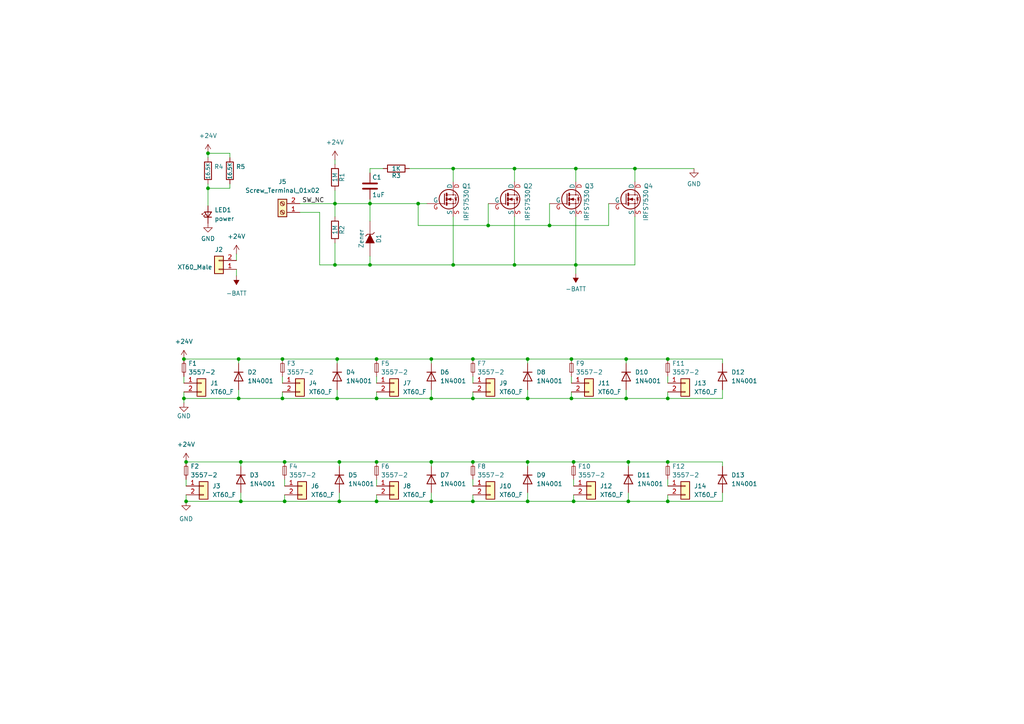
<source format=kicad_sch>
(kicad_sch (version 20211123) (generator eeschema)
  (paper "A4")
  (lib_symbols
    (symbol "Anti-Spark-Switch-rescue:C" (pin_numbers hide) (pin_names (offset 0.254))
      (property "Reference" "C" (at 0.635 2.54 0))
      (property "Value" "C" (at 0.635 -2.54 0))
      (symbol "C_0_1"
        (polyline (pts (xy -2.032 -0.762) (xy 2.032 -0.762)) (stroke (width 0.508)))
        (polyline (pts (xy -2.032 0.762) (xy 2.032 0.762)) (stroke (width 0.508)))
      )
      (symbol "C_1_1"
        (pin passive line (at 0 3.81 270) (length 2.794) (name "~") (number "1"))
        (pin passive line (at 0 -3.81 90) (length 2.794) (name "~") (number "2"))
      )
    )
    (symbol "Anti-Spark-Switch-rescue:R" (pin_numbers hide) (pin_names (offset 0))
      (property "Reference" "R" (at 2.032 0 90))
      (property "Value" "R" (at 0 0 90))
      (symbol "R_0_1"
        (rectangle (start -1.016 -2.54) (end 1.016 2.54) (stroke (width 0.254)))
      )
      (symbol "R_1_1"
        (pin passive line (at 0 3.81 270) (length 1.27) (name "~") (number "1"))
        (pin passive line (at 0 -3.81 90) (length 1.27) (name "~") (number "2"))
      )
    )
    (symbol "Anti-Spark-Switch-rescue:ZENER" (pin_numbers hide) (pin_names (offset 1.016) hide)
      (property "Reference" "D" (at 0 2.54 0))
      (property "Value" "ZENER" (at 0 -2.54 0))
      (symbol "ZENER_0_1"
        (polyline (pts (xy -1.778 1.27) (xy -1.27 0.762) (xy -1.27 -0.762) (xy -0.762 -1.27) (xy -0.762 -1.27)) (stroke (width 0.2032)))
        (polyline (pts (xy -1.27 0) (xy 1.27 1.27) (xy 1.27 -1.27) (xy -1.27 0) (xy -1.27 0)) (fill (type outline)))
      )
      (symbol "ZENER_1_1"
        (pin passive line (at -5.08 0 0) (length 3.81) (name "K") (number "1"))
        (pin passive line (at 5.08 0 180) (length 3.81) (name "A") (number "2"))
      )
    )
    (symbol "Connector:Screw_Terminal_01x02" (pin_names (offset 1.016) hide)
      (property "Reference" "J" (at 0 2.54 0))
      (property "Value" "Screw_Terminal_01x02" (at 0 -5.08 0))
      (symbol "Screw_Terminal_01x02_1_1"
        (rectangle (start -1.27 1.27) (end 1.27 -3.81) (stroke (width 0.254)) (fill (type background)))
        (circle (center 0 -2.54) (radius 0.635) (stroke (width 0.1524)))
        (polyline (pts (xy -0.5334 -2.2098) (xy 0.3302 -3.048)) (stroke (width 0.1524)))
        (polyline (pts (xy -0.5334 0.3302) (xy 0.3302 -0.508)) (stroke (width 0.1524)))
        (polyline (pts (xy -0.3556 -2.032) (xy 0.508 -2.8702)) (stroke (width 0.1524)))
        (polyline (pts (xy -0.3556 0.508) (xy 0.508 -0.3302)) (stroke (width 0.1524)))
        (circle (center 0 0) (radius 0.635) (stroke (width 0.1524)))
        (pin passive line (at -5.08 0 0) (length 3.81) (name "Pin_1") (number "1"))
        (pin passive line (at -5.08 -2.54 0) (length 3.81) (name "Pin_2") (number "2"))
      )
    )
    (symbol "Connector_Generic:Conn_01x02" (pin_names (offset 1.016) hide)
      (property "Reference" "J" (at 0 2.54 0))
      (property "Value" "Conn_01x02" (at 0 -5.08 0))
      (symbol "Conn_01x02_1_1"
        (rectangle (start -1.27 -2.413) (end 0 -2.667) (stroke (width 0.1524)))
        (rectangle (start -1.27 0.127) (end 0 -0.127) (stroke (width 0.1524)))
        (rectangle (start -1.27 1.27) (end 1.27 -3.81) (stroke (width 0.254)) (fill (type background)))
        (pin passive line (at -5.08 0 0) (length 3.81) (name "Pin_1") (number "1"))
        (pin passive line (at -5.08 -2.54 0) (length 3.81) (name "Pin_2") (number "2"))
      )
    )
    (symbol "Device:Fuse_Small" (pin_numbers hide) (pin_names (offset 0.254) hide)
      (property "Reference" "F" (at 0 -1.524 0))
      (property "Value" "Fuse_Small" (at 0 1.524 0))
      (symbol "Fuse_Small_0_1"
        (rectangle (start -1.27 0.508) (end 1.27 -0.508))
        (polyline (pts (xy -1.27 0) (xy 1.27 0)))
      )
      (symbol "Fuse_Small_1_1"
        (pin passive line (at -2.54 0 0) (length 1.27) (name "~") (number "1"))
        (pin passive line (at 2.54 0 180) (length 1.27) (name "~") (number "2"))
      )
    )
    (symbol "Device:LED_Small" (pin_numbers hide) (pin_names (offset 0.254) hide)
      (property "Reference" "D" (at -1.27 3.175 0))
      (property "Value" "LED_Small" (at -4.445 -2.54 0))
      (symbol "LED_Small_0_1"
        (polyline (pts (xy -0.762 -1.016) (xy -0.762 1.016)) (stroke (width 0.254)))
        (polyline (pts (xy 1.016 0) (xy -0.762 0)))
        (polyline (pts (xy 0.762 -1.016) (xy -0.762 0) (xy 0.762 1.016) (xy 0.762 -1.016)) (stroke (width 0.254)))
        (polyline (pts (xy 0 0.762) (xy -0.508 1.27) (xy -0.254 1.27) (xy -0.508 1.27) (xy -0.508 1.016)))
        (polyline (pts (xy 0.508 1.27) (xy 0 1.778) (xy 0.254 1.778) (xy 0 1.778) (xy 0 1.524)))
      )
      (symbol "LED_Small_1_1"
        (pin passive line (at -2.54 0 0) (length 1.778) (name "K") (number "1"))
        (pin passive line (at 2.54 0 180) (length 1.778) (name "A") (number "2"))
      )
    )
    (symbol "Diode:1N4001" (pin_numbers hide) (pin_names (offset 1.016) hide)
      (property "Reference" "D" (at 0 2.54 0))
      (property "Value" "1N4001" (at 0 -2.54 0))
      (symbol "1N4001_0_1"
        (polyline (pts (xy -1.27 1.27) (xy -1.27 -1.27)) (stroke (width 0.254)))
        (polyline (pts (xy 1.27 0) (xy -1.27 0)))
        (polyline (pts (xy 1.27 1.27) (xy 1.27 -1.27) (xy -1.27 0) (xy 1.27 1.27)) (stroke (width 0.254)))
      )
      (symbol "1N4001_1_1"
        (pin passive line (at -3.81 0 0) (length 2.54) (name "K") (number "1"))
        (pin passive line (at 3.81 0 180) (length 2.54) (name "A") (number "2"))
      )
    )
    (symbol "power:+24V" (power) (pin_names (offset 0))
      (property "Value" "+24V" (at 0 3.556 0))
      (symbol "+24V_0_1"
        (polyline (pts (xy -0.762 1.27) (xy 0 2.54)))
        (polyline (pts (xy 0 0) (xy 0 2.54)))
        (polyline (pts (xy 0 2.54) (xy 0.762 1.27)))
      )
      (symbol "+24V_1_1"
        (pin power_in line (at 0 0 90) (length 0) hide (name "+24V") (number "1"))
      )
    )
    (symbol "power:-BATT" (power) (pin_names (offset 0))
      (property "Value" "-BATT" (at 0 3.556 0))
      (symbol "-BATT_0_1"
        (polyline (pts (xy 0 0) (xy 0 2.54)))
        (polyline (pts (xy 0.762 1.27) (xy -0.762 1.27) (xy 0 2.54) (xy 0.762 1.27)) (fill (type outline)))
      )
      (symbol "-BATT_1_1"
        (pin power_in line (at 0 0 90) (length 0) hide (name "-BATT") (number "1"))
      )
    )
    (symbol "power:GND" (power) (pin_names (offset 0))
      (property "Value" "GND" (at 0 -3.81 0))
      (symbol "GND_0_1"
        (polyline (pts (xy 0 0) (xy 0 -1.27) (xy 1.27 -1.27) (xy 0 -2.54) (xy -1.27 -1.27) (xy 0 -1.27)))
      )
      (symbol "GND_1_1"
        (pin power_in line (at 0 0 270) (length 0) hide (name "GND") (number "1"))
      )
    )
    (symbol "sparkparts:IRFS7530" (pin_names (offset 0))
      (property "Reference" "Q" (at 5.08 1.905 0))
      (property "Value" "IRFS7530" (at 5.08 0 0))
      (property "Footprint" "TO-263-7" (at 5.08 -1.905 0))
      (symbol "IRFS7530_0_1"
        (polyline (pts (xy 0.635 -1.016) (xy 0.635 -1.651)) (stroke (width 0.508)))
        (polyline (pts (xy 0.635 0.381) (xy 0.635 -0.381)) (stroke (width 0.508)))
        (polyline (pts (xy 0.635 1.651) (xy 0.635 1.016)) (stroke (width 0.508)))
        (polyline (pts (xy 3.048 0.381) (xy 2.921 0.254)))
        (polyline (pts (xy 3.048 0.381) (xy 3.556 0.381)))
        (polyline (pts (xy 3.556 0.381) (xy 3.683 0.508)))
        (polyline (pts (xy 0 1.524) (xy 0 -1.524) (xy 0 -1.524)) (stroke (width 0.254)))
        (polyline (pts (xy 0.762 -1.27) (xy 2.54 -1.27) (xy 2.54 -2.54) (xy 2.54 -2.54)))
        (polyline (pts (xy 0.762 1.27) (xy 2.54 1.27) (xy 2.54 2.54) (xy 2.54 2.54)))
        (polyline (pts (xy 2.54 1.27) (xy 3.302 1.27) (xy 3.302 -1.27) (xy 2.54 -1.27)))
        (polyline (pts (xy 3.302 0.381) (xy 3.048 -0.254) (xy 3.556 -0.254) (xy 3.302 0.381)) (fill (type outline)))
        (polyline (pts (xy 0.762 0) (xy 1.27 0) (xy 2.54 0) (xy 2.54 -1.27) (xy 2.54 -1.27)))
        (polyline (pts (xy 0.889 0) (xy 1.905 0.381) (xy 1.905 -0.381) (xy 0.889 0) (xy 1.016 0) (xy 1.016 0)) (fill (type outline)))
        (circle (center 1.27 0) (radius 2.8194) (stroke (width 0.254)))
        (circle (center 2.54 -1.27) (radius 0.127))
        (circle (center 2.54 1.27) (radius 0.127))
      )
      (symbol "IRFS7530_1_1"
        (pin passive line (at 2.54 5.08 270) (length 2.54) (name "D") (number "D"))
        (pin passive line (at -5.08 -1.27 0) (length 5.08) (name "G") (number "G"))
        (pin passive line (at 2.54 -5.08 90) (length 2.54) (name "S") (number "S"))
      )
    )
  )
  (junction (at 166.37 145.415))
  (junction (at 82.55 133.985))
  (junction (at 53.34 104.14))
  (junction (at 149.225 76.835))
  (junction (at 153.035 104.14))
  (junction (at 149.225 48.895))
  (junction (at 109.22 133.985))
  (junction (at 131.445 48.895))
  (junction (at 166.37 133.985))
  (junction (at 69.85 145.415))
  (junction (at 53.34 115.57))
  (junction (at 167.005 48.895))
  (junction (at 193.675 133.985))
  (junction (at 153.035 115.57))
  (junction (at 141.605 65.405))
  (junction (at 137.16 104.14))
  (junction (at 109.22 115.57))
  (junction (at 137.16 145.415))
  (junction (at 81.915 104.14))
  (junction (at 98.425 145.415))
  (junction (at 60.325 54.61))
  (junction (at 182.245 145.415))
  (junction (at 184.15 48.895))
  (junction (at 107.315 76.835))
  (junction (at 193.675 104.14))
  (junction (at 137.16 133.985))
  (junction (at 153.035 133.985))
  (junction (at 98.425 133.985))
  (junction (at 181.61 104.14))
  (junction (at 81.915 115.57))
  (junction (at 193.675 115.57))
  (junction (at 109.22 104.14))
  (junction (at 182.245 133.985))
  (junction (at 121.285 59.055))
  (junction (at 53.975 133.985))
  (junction (at 82.55 145.415))
  (junction (at 107.315 59.055))
  (junction (at 193.675 145.415))
  (junction (at 181.61 115.57))
  (junction (at 97.155 59.055))
  (junction (at 153.035 145.415))
  (junction (at 109.22 145.415))
  (junction (at 69.215 115.57))
  (junction (at 137.16 115.57))
  (junction (at 97.155 76.835))
  (junction (at 69.215 104.14))
  (junction (at 167.005 76.835))
  (junction (at 159.385 65.405))
  (junction (at 53.975 145.415))
  (junction (at 69.85 133.985))
  (junction (at 60.325 44.45))
  (junction (at 97.79 104.14))
  (junction (at 97.79 115.57))
  (junction (at 125.095 104.14))
  (junction (at 165.735 115.57))
  (junction (at 131.445 76.835))
  (junction (at 125.095 133.985))
  (junction (at 165.735 104.14))
  (junction (at 125.095 145.415))
  (junction (at 125.095 115.57))
  (wire (pts (xy 69.85 142.875) (xy 69.85 145.415)))
  (wire (pts (xy 193.675 113.665) (xy 193.675 115.57)))
  (wire (pts (xy 125.095 133.985) (xy 137.16 133.985)))
  (wire (pts (xy 137.16 143.51) (xy 137.16 145.415)))
  (wire (pts (xy 98.425 133.985) (xy 98.425 135.255)))
  (wire (pts (xy 109.22 139.065) (xy 109.22 140.97)))
  (wire (pts (xy 98.425 133.985) (xy 82.55 133.985)))
  (wire (pts (xy 193.675 143.51) (xy 193.675 145.415)))
  (wire (pts (xy 165.735 109.22) (xy 165.735 111.125)))
  (wire (pts (xy 97.79 115.57) (xy 81.915 115.57)))
  (wire (pts (xy 131.445 48.895) (xy 149.225 48.895)))
  (wire (pts (xy 107.315 59.055) (xy 107.315 64.135)))
  (wire (pts (xy 53.34 115.57) (xy 53.34 116.84)))
  (wire (pts (xy 176.53 59.055) (xy 176.53 65.405)))
  (wire (pts (xy 109.22 109.22) (xy 109.22 111.125)))
  (wire (pts (xy 68.58 78.105) (xy 68.58 80.01)))
  (wire (pts (xy 131.445 48.895) (xy 131.445 52.705)))
  (wire (pts (xy 69.85 133.985) (xy 69.85 135.255)))
  (wire (pts (xy 81.915 109.22) (xy 81.915 111.125)))
  (wire (pts (xy 69.215 113.03) (xy 69.215 115.57)))
  (wire (pts (xy 182.245 133.985) (xy 182.245 135.255)))
  (wire (pts (xy 141.605 59.055) (xy 141.605 65.405)))
  (wire (pts (xy 182.245 145.415) (xy 193.675 145.415)))
  (wire (pts (xy 69.85 145.415) (xy 53.975 145.415)))
  (wire (pts (xy 92.71 76.835) (xy 97.155 76.835)))
  (wire (pts (xy 82.55 139.065) (xy 82.55 140.97)))
  (wire (pts (xy 153.035 115.57) (xy 165.735 115.57)))
  (wire (pts (xy 97.155 59.055) (xy 97.155 62.865)))
  (wire (pts (xy 137.16 109.22) (xy 137.16 111.125)))
  (wire (pts (xy 209.55 133.985) (xy 209.55 135.255)))
  (wire (pts (xy 125.095 115.57) (xy 137.16 115.57)))
  (wire (pts (xy 69.85 145.415) (xy 82.55 145.415)))
  (wire (pts (xy 181.61 104.14) (xy 181.61 105.41)))
  (wire (pts (xy 167.005 62.865) (xy 167.005 76.835)))
  (wire (pts (xy 167.005 52.705) (xy 167.005 48.895)))
  (wire (pts (xy 69.215 115.57) (xy 81.915 115.57)))
  (wire (pts (xy 97.155 76.835) (xy 97.155 70.485)))
  (wire (pts (xy 107.315 59.055) (xy 121.285 59.055)))
  (wire (pts (xy 53.34 113.665) (xy 53.34 115.57)))
  (wire (pts (xy 109.22 115.57) (xy 97.79 115.57)))
  (wire (pts (xy 209.55 133.985) (xy 193.675 133.985)))
  (wire (pts (xy 184.15 48.895) (xy 201.295 48.895)))
  (wire (pts (xy 131.445 76.835) (xy 149.225 76.835)))
  (wire (pts (xy 182.245 142.875) (xy 182.245 145.415)))
  (wire (pts (xy 69.85 133.985) (xy 82.55 133.985)))
  (wire (pts (xy 181.61 113.03) (xy 181.61 115.57)))
  (wire (pts (xy 66.675 54.61) (xy 66.675 53.34)))
  (wire (pts (xy 107.315 57.785) (xy 107.315 59.055)))
  (wire (pts (xy 153.035 133.985) (xy 153.035 135.255)))
  (wire (pts (xy 209.55 104.14) (xy 209.55 105.41)))
  (wire (pts (xy 97.79 113.03) (xy 97.79 115.57)))
  (wire (pts (xy 153.035 115.57) (xy 137.16 115.57)))
  (wire (pts (xy 86.995 61.595) (xy 92.71 61.595)))
  (wire (pts (xy 66.675 44.45) (xy 66.675 45.72)))
  (wire (pts (xy 60.325 54.61) (xy 66.675 54.61)))
  (wire (pts (xy 131.445 76.835) (xy 131.445 62.865)))
  (wire (pts (xy 98.425 145.415) (xy 109.22 145.415)))
  (wire (pts (xy 69.215 104.14) (xy 69.215 105.41)))
  (wire (pts (xy 109.22 143.51) (xy 109.22 145.415)))
  (wire (pts (xy 153.035 142.875) (xy 153.035 145.415)))
  (wire (pts (xy 182.245 133.985) (xy 193.675 133.985)))
  (wire (pts (xy 184.15 62.865) (xy 184.15 76.835)))
  (wire (pts (xy 181.61 104.14) (xy 165.735 104.14)))
  (wire (pts (xy 182.245 145.415) (xy 166.37 145.415)))
  (wire (pts (xy 176.53 65.405) (xy 159.385 65.405)))
  (wire (pts (xy 97.79 104.14) (xy 97.79 105.41)))
  (wire (pts (xy 153.035 104.14) (xy 137.16 104.14)))
  (wire (pts (xy 107.315 48.895) (xy 107.315 50.165)))
  (wire (pts (xy 92.71 61.595) (xy 92.71 76.835)))
  (wire (pts (xy 109.22 113.665) (xy 109.22 115.57)))
  (wire (pts (xy 153.035 113.03) (xy 153.035 115.57)))
  (wire (pts (xy 107.315 76.835) (xy 131.445 76.835)))
  (wire (pts (xy 167.005 48.895) (xy 184.15 48.895)))
  (wire (pts (xy 97.155 46.355) (xy 97.155 47.625)))
  (wire (pts (xy 209.55 145.415) (xy 193.675 145.415)))
  (wire (pts (xy 97.79 104.14) (xy 109.22 104.14)))
  (wire (pts (xy 69.215 115.57) (xy 53.34 115.57)))
  (wire (pts (xy 69.85 133.985) (xy 53.975 133.985)))
  (wire (pts (xy 149.225 48.895) (xy 167.005 48.895)))
  (wire (pts (xy 149.225 76.835) (xy 167.005 76.835)))
  (wire (pts (xy 182.245 133.985) (xy 166.37 133.985)))
  (wire (pts (xy 68.58 75.565) (xy 68.58 73.66)))
  (wire (pts (xy 97.155 76.835) (xy 107.315 76.835)))
  (wire (pts (xy 125.095 104.14) (xy 109.22 104.14)))
  (wire (pts (xy 107.315 76.835) (xy 107.315 74.295)))
  (wire (pts (xy 125.095 104.14) (xy 137.16 104.14)))
  (wire (pts (xy 153.035 145.415) (xy 166.37 145.415)))
  (wire (pts (xy 137.16 139.065) (xy 137.16 140.97)))
  (wire (pts (xy 97.155 55.245) (xy 97.155 59.055)))
  (wire (pts (xy 165.735 113.665) (xy 165.735 115.57)))
  (wire (pts (xy 60.325 59.69) (xy 60.325 54.61)))
  (wire (pts (xy 118.745 48.895) (xy 131.445 48.895)))
  (wire (pts (xy 166.37 139.065) (xy 166.37 140.97)))
  (wire (pts (xy 98.425 145.415) (xy 82.55 145.415)))
  (wire (pts (xy 141.605 65.405) (xy 159.385 65.405)))
  (wire (pts (xy 97.79 104.14) (xy 81.915 104.14)))
  (wire (pts (xy 125.095 142.875) (xy 125.095 145.415)))
  (wire (pts (xy 209.55 104.14) (xy 193.675 104.14)))
  (wire (pts (xy 60.325 44.45) (xy 60.325 45.72)))
  (wire (pts (xy 159.385 65.405) (xy 159.385 59.055)))
  (wire (pts (xy 125.095 104.14) (xy 125.095 105.41)))
  (wire (pts (xy 193.675 109.22) (xy 193.675 111.125)))
  (wire (pts (xy 184.15 76.835) (xy 167.005 76.835)))
  (wire (pts (xy 121.285 59.055) (xy 123.825 59.055)))
  (wire (pts (xy 53.975 143.51) (xy 53.975 145.415)))
  (wire (pts (xy 121.285 59.055) (xy 121.285 65.405)))
  (wire (pts (xy 209.55 142.875) (xy 209.55 145.415)))
  (wire (pts (xy 53.34 109.22) (xy 53.34 111.125)))
  (wire (pts (xy 82.55 143.51) (xy 82.55 145.415)))
  (wire (pts (xy 153.035 133.985) (xy 166.37 133.985)))
  (wire (pts (xy 153.035 104.14) (xy 165.735 104.14)))
  (wire (pts (xy 125.095 145.415) (xy 109.22 145.415)))
  (wire (pts (xy 125.095 113.03) (xy 125.095 115.57)))
  (wire (pts (xy 125.095 115.57) (xy 109.22 115.57)))
  (wire (pts (xy 149.225 76.835) (xy 149.225 62.865)))
  (wire (pts (xy 98.425 142.875) (xy 98.425 145.415)))
  (wire (pts (xy 181.61 115.57) (xy 193.675 115.57)))
  (wire (pts (xy 53.975 139.065) (xy 53.975 140.97)))
  (wire (pts (xy 209.55 115.57) (xy 193.675 115.57)))
  (wire (pts (xy 184.15 48.895) (xy 184.15 52.705)))
  (wire (pts (xy 81.915 113.665) (xy 81.915 115.57)))
  (wire (pts (xy 60.325 44.45) (xy 66.675 44.45)))
  (wire (pts (xy 125.095 145.415) (xy 137.16 145.415)))
  (wire (pts (xy 125.095 133.985) (xy 109.22 133.985)))
  (wire (pts (xy 137.16 113.665) (xy 137.16 115.57)))
  (wire (pts (xy 125.095 133.985) (xy 125.095 135.255)))
  (wire (pts (xy 167.005 76.835) (xy 167.005 79.375)))
  (wire (pts (xy 166.37 143.51) (xy 166.37 145.415)))
  (wire (pts (xy 86.995 59.055) (xy 97.155 59.055)))
  (wire (pts (xy 193.675 139.065) (xy 193.675 140.97)))
  (wire (pts (xy 111.125 48.895) (xy 107.315 48.895)))
  (wire (pts (xy 181.61 104.14) (xy 193.675 104.14)))
  (wire (pts (xy 181.61 115.57) (xy 165.735 115.57)))
  (wire (pts (xy 209.55 113.03) (xy 209.55 115.57)))
  (wire (pts (xy 153.035 133.985) (xy 137.16 133.985)))
  (wire (pts (xy 98.425 133.985) (xy 109.22 133.985)))
  (wire (pts (xy 60.325 53.34) (xy 60.325 54.61)))
  (wire (pts (xy 121.285 65.405) (xy 141.605 65.405)))
  (wire (pts (xy 69.215 104.14) (xy 53.34 104.14)))
  (wire (pts (xy 153.035 145.415) (xy 137.16 145.415)))
  (wire (pts (xy 69.215 104.14) (xy 81.915 104.14)))
  (wire (pts (xy 153.035 104.14) (xy 153.035 105.41)))
  (wire (pts (xy 149.225 52.705) (xy 149.225 48.895)))
  (wire (pts (xy 97.155 59.055) (xy 107.315 59.055)))
  (label "SW_NC" (at 87.63 59.055 0))
  (symbol (lib_id "Anti-Spark-Switch-rescue:R") (at 97.155 66.675 0) (unit 1)
    (property "Reference" "R2" (at 99.187 66.675 90))
    (property "Value" "1M" (at 97.155 66.675 90))
    (property "Footprint" "Resistor_SMD:R_0805_2012Metric_Pad1.20x1.40mm_HandSolder" (effects hide))
  )
  (symbol (lib_id "Anti-Spark-Switch-rescue:R") (at 97.155 51.435 0) (unit 1)
    (property "Reference" "R1" (at 99.187 51.435 90))
    (property "Value" "1M" (at 97.155 51.435 90))
    (property "Footprint" "Resistor_SMD:R_0805_2012Metric_Pad1.20x1.40mm_HandSolder" (effects hide))
  )
  (symbol (lib_id "Anti-Spark-Switch-rescue:R") (at 114.935 48.895 270) (unit 1)
    (property "Reference" "R3" (at 114.935 50.927 90))
    (property "Value" "1K" (at 114.935 48.895 90))
    (property "Footprint" "Resistor_SMD:R_0805_2012Metric_Pad1.20x1.40mm_HandSolder" (effects hide))
  )
  (symbol (lib_id "Anti-Spark-Switch-rescue:C") (at 107.315 53.975 0) (unit 1)
    (property "Reference" "C1" (at 107.95 51.435 0) (effects (justify left)))
    (property "Value" "1uF" (at 107.95 56.515 0) (effects (justify left)))
    (property "Footprint" "Capacitor_SMD:C_0805_2012Metric_Pad1.18x1.45mm_HandSolder" (effects hide))
  )
  (symbol (lib_id "Anti-Spark-Switch-rescue:ZENER") (at 107.315 69.215 270) (unit 1)
    (property "Reference" "D1" (at 109.855 69.215 0))
    (property "Value" "Zener" (at 104.775 69.215 0))
    (property "Footprint" "Diode_SMD:D_SOD-123F" (effects hide))
  )
  (symbol (lib_id "sparkparts:IRFS7530") (at 128.905 57.785 0) (unit 1)
    (property "Reference" "Q1" (at 133.985 53.975 0) (effects (justify left)))
    (property "Value" "IRFS7530" (at 135.255 64.135 90) (effects (justify left)))
    (property "Footprint" "sparkparts:D2PAK-7-GDS" (effects hide))
  )
  (symbol (lib_id "sparkparts:IRFS7530") (at 146.685 57.785 0) (unit 1)
    (property "Reference" "Q2" (at 151.765 53.975 0) (effects (justify left)))
    (property "Value" "IRFS7530" (at 153.035 64.135 90) (effects (justify left)))
    (property "Footprint" "sparkparts:D2PAK-7-GDS" (effects hide))
  )
  (symbol (lib_id "sparkparts:IRFS7530") (at 164.465 57.785 0) (unit 1)
    (property "Reference" "Q3" (at 169.545 53.975 0) (effects (justify left)))
    (property "Value" "IRFS7530" (at 170.18 64.135 90) (effects (justify left)))
    (property "Footprint" "sparkparts:D2PAK-7-GDS" (effects hide))
  )
  (symbol (lib_id "Anti-Spark-Switch-rescue:R") (at 60.325 49.53 0) (unit 1)
    (property "Reference" "R4" (at 62.103 48.3616 0) (effects (justify left)))
    (property "Value" "16.5K" (at 60.325 52.07 90) (effects (font (size 1.0922 1.0922)) (justify left)))
    (property "Footprint" "Resistor_SMD:R_1206_3216Metric_Pad1.30x1.75mm_HandSolder" (effects hide))
  )
  (symbol (lib_id "Anti-Spark-Switch-rescue:R") (at 66.675 49.53 0) (unit 1)
    (property "Reference" "R5" (at 68.453 48.3616 0) (effects (justify left)))
    (property "Value" "16.5K" (at 66.675 52.07 90) (effects (font (size 1.0922 1.0922)) (justify left)))
    (property "Footprint" "Resistor_SMD:R_1206_3216Metric_Pad1.30x1.75mm_HandSolder" (effects hide))
  )
  (symbol (lib_id "Diode:1N4001") (at 153.035 139.065 270) (unit 1)
    (property "Reference" "D9" (at 155.575 137.7949 90) (effects (justify left)))
    (property "Value" "1N4001" (at 155.575 140.3349 90) (effects (justify left)))
    (property "Footprint" "Diode_THT:D_DO-41_SOD81_P10.16mm_Horizontal" (effects hide))
    (property "Datasheet" "http://www.vishay.com/docs/88503/1n4001.pdf" (effects hide))
  )
  (symbol (lib_id "Device:Fuse_Small") (at 81.915 106.68 90) (unit 1)
    (property "Reference" "F3" (at 83.185 105.4099 90) (effects (justify right)))
    (property "Value" "3557-2" (at 83.185 107.9499 90) (effects (justify right)))
    (property "Footprint" "PolyuRobotics:FUSE_3557-2" (effects hide))
  )
  (symbol (lib_id "Diode:1N4001") (at 182.245 139.065 270) (unit 1)
    (property "Reference" "D11" (at 184.785 137.7949 90) (effects (justify left)))
    (property "Value" "1N4001" (at 184.785 140.3349 90) (effects (justify left)))
    (property "Footprint" "Diode_THT:D_DO-41_SOD81_P10.16mm_Horizontal" (effects hide))
    (property "Datasheet" "http://www.vishay.com/docs/88503/1n4001.pdf" (effects hide))
  )
  (symbol (lib_id "Device:Fuse_Small") (at 166.37 136.525 90) (unit 1)
    (property "Reference" "F10" (at 167.64 135.2549 90) (effects (justify right)))
    (property "Value" "3557-2" (at 167.64 137.7949 90) (effects (justify right)))
    (property "Footprint" "PolyuRobotics:FUSE_3557-2" (effects hide))
  )
  (symbol (lib_id "Diode:1N4001") (at 125.095 139.065 270) (unit 1)
    (property "Reference" "D7" (at 127.635 137.7949 90) (effects (justify left)))
    (property "Value" "1N4001" (at 127.635 140.3349 90) (effects (justify left)))
    (property "Footprint" "Diode_THT:D_DO-41_SOD81_P10.16mm_Horizontal" (effects hide))
    (property "Datasheet" "http://www.vishay.com/docs/88503/1n4001.pdf" (effects hide))
  )
  (symbol (lib_id "power:-BATT") (at 167.005 79.375 180) (unit 1)
    (property "Reference" "#PWR0103" (effects hide))
    (property "Value" "-BATT" (at 167.005 83.82 0))
  )
  (symbol (lib_id "Connector_Generic:Conn_01x02") (at 142.24 140.97 0) (unit 1)
    (property "Reference" "J10" (at 144.78 140.9699 0) (effects (justify left)))
    (property "Value" "XT60_F" (at 144.78 143.51 0) (effects (justify left)))
    (property "Footprint" "Connector_AMASS:AMASS_XT60-F_1x02_P7.20mm_Vertical" (effects hide))
  )
  (symbol (lib_id "Diode:1N4001") (at 209.55 139.065 270) (unit 1)
    (property "Reference" "D13" (at 212.09 137.7949 90) (effects (justify left)))
    (property "Value" "1N4001" (at 212.09 140.3349 90) (effects (justify left)))
    (property "Footprint" "Diode_THT:D_DO-41_SOD81_P10.16mm_Horizontal" (effects hide))
    (property "Datasheet" "http://www.vishay.com/docs/88503/1n4001.pdf" (effects hide))
  )
  (symbol (lib_id "Diode:1N4001") (at 153.035 109.22 270) (unit 1)
    (property "Reference" "D8" (at 155.575 107.9499 90) (effects (justify left)))
    (property "Value" "1N4001" (at 155.575 110.4899 90) (effects (justify left)))
    (property "Footprint" "Diode_THT:D_DO-41_SOD81_P10.16mm_Horizontal" (effects hide))
    (property "Datasheet" "http://www.vishay.com/docs/88503/1n4001.pdf" (effects hide))
  )
  (symbol (lib_id "power:GND") (at 201.295 48.895 0) (unit 1)
    (property "Reference" "#PWR0110" (effects hide))
    (property "Value" "GND" (at 201.295 53.34 0))
  )
  (symbol (lib_id "Diode:1N4001") (at 125.095 109.22 270) (unit 1)
    (property "Reference" "D6" (at 127.635 107.9499 90) (effects (justify left)))
    (property "Value" "1N4001" (at 127.635 110.4899 90) (effects (justify left)))
    (property "Footprint" "Diode_THT:D_DO-41_SOD81_P10.16mm_Horizontal" (effects hide))
    (property "Datasheet" "http://www.vishay.com/docs/88503/1n4001.pdf" (effects hide))
  )
  (symbol (lib_id "Connector_Generic:Conn_01x02") (at 171.45 140.97 0) (unit 1)
    (property "Reference" "J12" (at 173.99 140.9699 0) (effects (justify left)))
    (property "Value" "XT60_F" (at 173.99 143.51 0) (effects (justify left)))
    (property "Footprint" "Connector_AMASS:AMASS_XT60-F_1x02_P7.20mm_Vertical" (effects hide))
  )
  (symbol (lib_id "Device:Fuse_Small") (at 137.16 106.68 90) (unit 1)
    (property "Reference" "F7" (at 138.43 105.4099 90) (effects (justify right)))
    (property "Value" "3557-2" (at 138.43 107.9499 90) (effects (justify right)))
    (property "Footprint" "PolyuRobotics:FUSE_3557-2" (effects hide))
  )
  (symbol (lib_id "power:+24V") (at 60.325 44.45 0) (unit 1)
    (property "Reference" "#PWR0108" (effects hide))
    (property "Value" "+24V" (at 60.325 39.37 0))
  )
  (symbol (lib_id "Diode:1N4001") (at 69.215 109.22 270) (unit 1)
    (property "Reference" "D2" (at 71.755 107.9499 90) (effects (justify left)))
    (property "Value" "1N4001" (at 71.755 110.4899 90) (effects (justify left)))
    (property "Footprint" "Diode_THT:D_DO-41_SOD81_P10.16mm_Horizontal" (effects hide))
    (property "Datasheet" "http://www.vishay.com/docs/88503/1n4001.pdf" (effects hide))
  )
  (symbol (lib_id "Device:Fuse_Small") (at 53.34 106.68 90) (unit 1)
    (property "Reference" "F1" (at 54.61 105.4099 90) (effects (justify right)))
    (property "Value" "3557-2" (at 54.61 107.9499 90) (effects (justify right)))
    (property "Footprint" "PolyuRobotics:FUSE_3557-2" (effects hide))
  )
  (symbol (lib_id "power:GND") (at 53.34 116.84 0) (unit 1)
    (property "Reference" "#PWR0105" (effects hide))
    (property "Value" "GND" (at 53.34 120.65 0))
  )
  (symbol (lib_id "Connector_Generic:Conn_01x02") (at 58.42 111.125 0) (unit 1)
    (property "Reference" "J1" (at 60.96 111.1249 0) (effects (justify left)))
    (property "Value" "XT60_F" (at 60.96 113.665 0) (effects (justify left)))
    (property "Footprint" "Connector_AMASS:AMASS_XT60-F_1x02_P7.20mm_Vertical" (effects hide))
  )
  (symbol (lib_id "power:+24V") (at 53.34 104.14 0) (unit 1)
    (property "Reference" "#PWR0107" (effects hide))
    (property "Value" "+24V" (at 53.34 99.06 0))
  )
  (symbol (lib_id "power:+24V") (at 53.975 133.985 0) (unit 1)
    (property "Reference" "#PWR0104" (effects hide))
    (property "Value" "+24V" (at 53.975 128.905 0))
  )
  (symbol (lib_id "Device:Fuse_Small") (at 82.55 136.525 90) (unit 1)
    (property "Reference" "F4" (at 83.82 135.2549 90) (effects (justify right)))
    (property "Value" "3557-2" (at 83.82 137.7949 90) (effects (justify right)))
    (property "Footprint" "PolyuRobotics:FUSE_3557-2" (effects hide))
  )
  (symbol (lib_id "Diode:1N4001") (at 69.85 139.065 270) (unit 1)
    (property "Reference" "D3" (at 72.39 137.7949 90) (effects (justify left)))
    (property "Value" "1N4001" (at 72.39 140.3349 90) (effects (justify left)))
    (property "Footprint" "Diode_THT:D_DO-41_SOD81_P10.16mm_Horizontal" (effects hide))
    (property "Datasheet" "http://www.vishay.com/docs/88503/1n4001.pdf" (effects hide))
  )
  (symbol (lib_id "Device:Fuse_Small") (at 165.735 106.68 90) (unit 1)
    (property "Reference" "F9" (at 167.005 105.4099 90) (effects (justify right)))
    (property "Value" "3557-2" (at 167.005 107.9499 90) (effects (justify right)))
    (property "Footprint" "PolyuRobotics:FUSE_3557-2" (effects hide))
  )
  (symbol (lib_id "Connector_Generic:Conn_01x02") (at 114.3 140.97 0) (unit 1)
    (property "Reference" "J8" (at 116.84 140.9699 0) (effects (justify left)))
    (property "Value" "XT60_F" (at 116.84 143.51 0) (effects (justify left)))
    (property "Footprint" "Connector_AMASS:AMASS_XT60-F_1x02_P7.20mm_Vertical" (effects hide))
  )
  (symbol (lib_id "sparkparts:IRFS7530") (at 181.61 57.785 0) (unit 1)
    (property "Reference" "Q4" (at 186.69 53.975 0) (effects (justify left)))
    (property "Value" "IRFS7530" (at 187.325 64.135 90) (effects (justify left)))
    (property "Footprint" "sparkparts:D2PAK-7-GDS" (effects hide))
  )
  (symbol (lib_id "Device:Fuse_Small") (at 53.975 136.525 90) (unit 1)
    (property "Reference" "F2" (at 55.245 135.2549 90) (effects (justify right)))
    (property "Value" "3557-2" (at 55.245 137.7949 90) (effects (justify right)))
    (property "Footprint" "PolyuRobotics:FUSE_3557-2" (effects hide))
  )
  (symbol (lib_id "Connector:Screw_Terminal_01x02") (at 81.915 61.595 180) (unit 1)
    (property "Reference" "J5" (at 81.915 52.705 0))
    (property "Value" "Screw_Terminal_01x02" (at 81.915 55.245 0))
    (property "Footprint" "TerminalBlock_Phoenix:TerminalBlock_Phoenix_MKDS-1,5-2-5.08_1x02_P5.08mm_Horizontal" (effects hide))
  )
  (symbol (lib_id "Connector_Generic:Conn_01x02") (at 63.5 78.105 180) (unit 1)
    (property "Reference" "J2" (at 63.5 72.39 0))
    (property "Value" "XT60_Male" (at 56.515 77.47 0))
    (property "Footprint" "PolyuRobotics:XT60PW-M20" (effects hide))
  )
  (symbol (lib_id "Device:Fuse_Small") (at 193.675 136.525 90) (unit 1)
    (property "Reference" "F12" (at 194.945 135.2549 90) (effects (justify right)))
    (property "Value" "3557-2" (at 194.945 137.7949 90) (effects (justify right)))
    (property "Footprint" "PolyuRobotics:FUSE_3557-2" (effects hide))
  )
  (symbol (lib_id "Connector_Generic:Conn_01x02") (at 142.24 111.125 0) (unit 1)
    (property "Reference" "J9" (at 144.78 111.1249 0) (effects (justify left)))
    (property "Value" "XT60_F" (at 144.78 113.665 0) (effects (justify left)))
    (property "Footprint" "Connector_AMASS:AMASS_XT60-F_1x02_P7.20mm_Vertical" (effects hide))
  )
  (symbol (lib_id "Connector_Generic:Conn_01x02") (at 198.755 111.125 0) (unit 1)
    (property "Reference" "J13" (at 201.295 111.1249 0) (effects (justify left)))
    (property "Value" "XT60_F" (at 201.295 113.665 0) (effects (justify left)))
    (property "Footprint" "Connector_AMASS:AMASS_XT60-F_1x02_P7.20mm_Vertical" (effects hide))
  )
  (symbol (lib_id "Connector_Generic:Conn_01x02") (at 87.63 140.97 0) (unit 1)
    (property "Reference" "J6" (at 90.17 140.9699 0) (effects (justify left)))
    (property "Value" "XT60_F" (at 90.17 143.51 0) (effects (justify left)))
    (property "Footprint" "Connector_AMASS:AMASS_XT60-F_1x02_P7.20mm_Vertical" (effects hide))
  )
  (symbol (lib_id "Connector_Generic:Conn_01x02") (at 59.055 140.97 0) (unit 1)
    (property "Reference" "J3" (at 61.595 140.9699 0) (effects (justify left)))
    (property "Value" "XT60_F" (at 61.595 143.51 0) (effects (justify left)))
    (property "Footprint" "Connector_AMASS:AMASS_XT60-F_1x02_P7.20mm_Vertical" (effects hide))
  )
  (symbol (lib_id "power:GND") (at 60.325 64.77 0) (unit 1)
    (property "Reference" "#PWR0106" (effects hide))
    (property "Value" "GND" (at 60.325 69.215 0))
  )
  (symbol (lib_id "power:-BATT") (at 68.58 80.01 180) (unit 1)
    (property "Reference" "#PWR0101" (effects hide))
    (property "Value" "-BATT" (at 68.58 85.09 0))
  )
  (symbol (lib_id "Device:Fuse_Small") (at 137.16 136.525 90) (unit 1)
    (property "Reference" "F8" (at 138.43 135.2549 90) (effects (justify right)))
    (property "Value" "3557-2" (at 138.43 137.7949 90) (effects (justify right)))
    (property "Footprint" "PolyuRobotics:FUSE_3557-2" (effects hide))
  )
  (symbol (lib_id "Diode:1N4001") (at 181.61 109.22 270) (unit 1)
    (property "Reference" "D10" (at 184.15 107.9499 90) (effects (justify left)))
    (property "Value" "1N4001" (at 184.15 110.4899 90) (effects (justify left)))
    (property "Footprint" "Diode_THT:D_DO-41_SOD81_P10.16mm_Horizontal" (effects hide))
    (property "Datasheet" "http://www.vishay.com/docs/88503/1n4001.pdf" (effects hide))
  )
  (symbol (lib_id "power:+24V") (at 68.58 73.66 0) (unit 1)
    (property "Reference" "#PWR0102" (effects hide))
    (property "Value" "+24V" (at 68.58 68.58 0))
  )
  (symbol (lib_id "Diode:1N4001") (at 97.79 109.22 270) (unit 1)
    (property "Reference" "D4" (at 100.33 107.9499 90) (effects (justify left)))
    (property "Value" "1N4001" (at 100.33 110.4899 90) (effects (justify left)))
    (property "Footprint" "Diode_THT:D_DO-41_SOD81_P10.16mm_Horizontal" (effects hide))
    (property "Datasheet" "http://www.vishay.com/docs/88503/1n4001.pdf" (effects hide))
  )
  (symbol (lib_id "Device:Fuse_Small") (at 109.22 136.525 90) (unit 1)
    (property "Reference" "F6" (at 110.49 135.2549 90) (effects (justify right)))
    (property "Value" "3557-2" (at 110.49 137.7949 90) (effects (justify right)))
    (property "Footprint" "PolyuRobotics:FUSE_3557-2" (effects hide))
  )
  (symbol (lib_id "Device:Fuse_Small") (at 109.22 106.68 90) (unit 1)
    (property "Reference" "F5" (at 110.49 105.4099 90) (effects (justify right)))
    (property "Value" "3557-2" (at 110.49 107.9499 90) (effects (justify right)))
    (property "Footprint" "PolyuRobotics:FUSE_3557-2" (effects hide))
  )
  (symbol (lib_id "Connector_Generic:Conn_01x02") (at 170.815 111.125 0) (unit 1)
    (property "Reference" "J11" (at 173.355 111.1249 0) (effects (justify left)))
    (property "Value" "XT60_F" (at 173.355 113.665 0) (effects (justify left)))
    (property "Footprint" "Connector_AMASS:AMASS_XT60-F_1x02_P7.20mm_Vertical" (effects hide))
  )
  (symbol (lib_id "power:+24V") (at 97.155 46.355 0) (unit 1)
    (property "Reference" "#PWR0109" (effects hide))
    (property "Value" "+24V" (at 97.155 41.275 0))
  )
  (symbol (lib_id "Connector_Generic:Conn_01x02") (at 198.755 140.97 0) (unit 1)
    (property "Reference" "J14" (at 201.295 140.9699 0) (effects (justify left)))
    (property "Value" "XT60_F" (at 201.295 143.51 0) (effects (justify left)))
    (property "Footprint" "Connector_AMASS:AMASS_XT60-F_1x02_P7.20mm_Vertical" (effects hide))
  )
  (symbol (lib_id "Diode:1N4001") (at 209.55 109.22 270) (unit 1)
    (property "Reference" "D12" (at 212.09 107.9499 90) (effects (justify left)))
    (property "Value" "1N4001" (at 212.09 110.4899 90) (effects (justify left)))
    (property "Footprint" "Diode_THT:D_DO-41_SOD81_P10.16mm_Horizontal" (effects hide))
    (property "Datasheet" "http://www.vishay.com/docs/88503/1n4001.pdf" (effects hide))
  )
  (symbol (lib_id "Connector_Generic:Conn_01x02") (at 86.995 111.125 0) (unit 1)
    (property "Reference" "J4" (at 89.535 111.1249 0) (effects (justify left)))
    (property "Value" "XT60_F" (at 89.535 113.665 0) (effects (justify left)))
    (property "Footprint" "Connector_AMASS:AMASS_XT60-F_1x02_P7.20mm_Vertical" (effects hide))
  )
  (symbol (lib_id "Connector_Generic:Conn_01x02") (at 114.3 111.125 0) (unit 1)
    (property "Reference" "J7" (at 116.84 111.1249 0) (effects (justify left)))
    (property "Value" "XT60_F" (at 116.84 113.665 0) (effects (justify left)))
    (property "Footprint" "Connector_AMASS:AMASS_XT60-F_1x02_P7.20mm_Vertical" (effects hide))
  )
  (symbol (lib_id "Device:Fuse_Small") (at 193.675 106.68 90) (unit 1)
    (property "Reference" "F11" (at 194.945 105.4099 90) (effects (justify right)))
    (property "Value" "3557-2" (at 194.945 107.9499 90) (effects (justify right)))
    (property "Footprint" "PolyuRobotics:FUSE_3557-2" (effects hide))
  )
  (symbol (lib_id "power:GND") (at 53.975 145.415 0) (unit 1)
    (property "Reference" "#PWR0111" (effects hide))
    (property "Value" "GND" (at 53.975 150.495 0))
  )
  (symbol (lib_id "Device:LED_Small") (at 60.325 62.23 90) (unit 1)
    (property "Reference" "LED1" (at 62.23 60.8964 90) (effects (justify right)))
    (property "Value" "power" (at 62.23 63.4364 90) (effects (justify right)))
    (property "Footprint" "LED_SMD:LED_0805_2012Metric_Pad1.15x1.40mm_HandSolder" (effects hide))
  )
  (symbol (lib_id "Diode:1N4001") (at 98.425 139.065 270) (unit 1)
    (property "Reference" "D5" (at 100.965 137.7949 90) (effects (justify left)))
    (property "Value" "1N4001" (at 100.965 140.3349 90) (effects (justify left)))
    (property "Footprint" "Diode_THT:D_DO-41_SOD81_P10.16mm_Horizontal" (effects hide))
    (property "Datasheet" "http://www.vishay.com/docs/88503/1n4001.pdf" (effects hide))
  )
)
</source>
